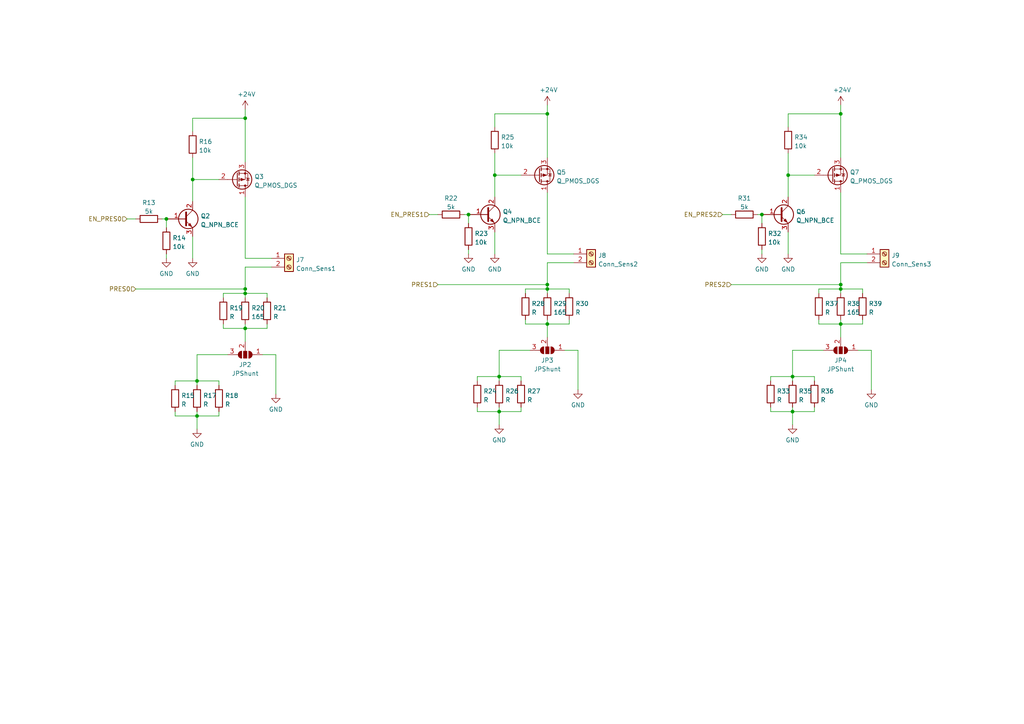
<source format=kicad_sch>
(kicad_sch (version 20211123) (generator eeschema)
  (paper "A4")
  (title_block (title "FloatPUMP Schematics") (date "2022-11-11") (rev "1.0") (company "robtor.de") (comment 1 "Controller board for up to 3 water pumps") (comment 2 "measuring capabilities with piezoresistive pressure sensors") (comment 3 "sensor input Range 4mA-20mA"))
  (lib_symbols
    (symbol "Connector:Screw_Terminal_01x02" (pin_names (offset 1.016) hide)
      (property "Reference" "J" (at 0 2.54 0))
      (property "Value" "Screw_Terminal_01x02" (at 0 -5.08 0))
      (symbol "Screw_Terminal_01x02_1_1"
        (rectangle (start -1.27 1.27) (end 1.27 -3.81) (stroke (width 0.254)) (fill (type background)))
        (circle (center 0 -2.54) (radius 0.635) (stroke (width 0.1524)))
        (polyline (pts (xy -0.5334 -2.2098) (xy 0.3302 -3.048)) (stroke (width 0.1524)))
        (polyline (pts (xy -0.5334 0.3302) (xy 0.3302 -0.508)) (stroke (width 0.1524)))
        (polyline (pts (xy -0.3556 -2.032) (xy 0.508 -2.8702)) (stroke (width 0.1524)))
        (polyline (pts (xy -0.3556 0.508) (xy 0.508 -0.3302)) (stroke (width 0.1524)))
        (circle (center 0 0) (radius 0.635) (stroke (width 0.1524)))
        (pin passive line (at -5.08 0 0) (length 3.81) (name "Pin_1") (number "1"))
        (pin passive line (at -5.08 -2.54 0) (length 3.81) (name "Pin_2") (number "2"))
      )
    )
    (symbol "Device:Q_NPN_BCE" (pin_names (offset 0) hide)
      (property "Reference" "Q" (at 5.08 1.27 0))
      (property "Value" "Q_NPN_BCE" (at 5.08 -1.27 0))
      (symbol "Q_NPN_BCE_0_1"
        (polyline (pts (xy 0.635 0.635) (xy 2.54 2.54)))
        (polyline (pts (xy 0.635 -0.635) (xy 2.54 -2.54) (xy 2.54 -2.54)))
        (polyline (pts (xy 0.635 1.905) (xy 0.635 -1.905) (xy 0.635 -1.905)) (stroke (width 0.508)))
        (polyline (pts (xy 1.27 -1.778) (xy 1.778 -1.27) (xy 2.286 -2.286) (xy 1.27 -1.778) (xy 1.27 -1.778)) (fill (type outline)))
        (circle (center 1.27 0) (radius 2.8194) (stroke (width 0.254)))
      )
      (symbol "Q_NPN_BCE_1_1"
        (pin input line (at -5.08 0 0) (length 5.715) (name "B") (number "1"))
        (pin passive line (at 2.54 5.08 270) (length 2.54) (name "C") (number "2"))
        (pin passive line (at 2.54 -5.08 90) (length 2.54) (name "E") (number "3"))
      )
    )
    (symbol "Device:Q_PMOS_DGS" (pin_names (offset 0) hide)
      (property "Reference" "Q" (at 5.08 1.27 0))
      (property "Value" "Q_PMOS_DGS" (at 5.08 -1.27 0))
      (symbol "Q_PMOS_DGS_0_1"
        (polyline (pts (xy 0.254 0) (xy -2.54 0)))
        (polyline (pts (xy 0.254 1.905) (xy 0.254 -1.905)) (stroke (width 0.254)))
        (polyline (pts (xy 0.762 -1.27) (xy 0.762 -2.286)) (stroke (width 0.254)))
        (polyline (pts (xy 0.762 0.508) (xy 0.762 -0.508)) (stroke (width 0.254)))
        (polyline (pts (xy 0.762 2.286) (xy 0.762 1.27)) (stroke (width 0.254)))
        (polyline (pts (xy 2.54 2.54) (xy 2.54 1.778)))
        (polyline (pts (xy 2.54 -2.54) (xy 2.54 0) (xy 0.762 0)))
        (polyline (pts (xy 0.762 1.778) (xy 3.302 1.778) (xy 3.302 -1.778) (xy 0.762 -1.778)))
        (polyline (pts (xy 2.286 0) (xy 1.27 0.381) (xy 1.27 -0.381) (xy 2.286 0)) (fill (type outline)))
        (polyline (pts (xy 2.794 -0.508) (xy 2.921 -0.381) (xy 3.683 -0.381) (xy 3.81 -0.254)))
        (polyline (pts (xy 3.302 -0.381) (xy 2.921 0.254) (xy 3.683 0.254) (xy 3.302 -0.381)))
        (circle (center 1.651 0) (radius 2.794) (stroke (width 0.254)))
        (circle (center 2.54 -1.778) (radius 0.254) (fill (type outline)))
        (circle (center 2.54 1.778) (radius 0.254) (fill (type outline)))
      )
      (symbol "Q_PMOS_DGS_1_1"
        (pin passive line (at 2.54 5.08 270) (length 2.54) (name "D") (number "1"))
        (pin input line (at -5.08 0 0) (length 2.54) (name "G") (number "2"))
        (pin passive line (at 2.54 -5.08 90) (length 2.54) (name "S") (number "3"))
      )
    )
    (symbol "Device:R" (pin_numbers hide) (pin_names (offset 0))
      (property "Reference" "R" (at 2.032 0 90))
      (property "Value" "R" (at 0 0 90))
      (symbol "R_0_1"
        (rectangle (start -1.016 -2.54) (end 1.016 2.54) (stroke (width 0.254)))
      )
      (symbol "R_1_1"
        (pin passive line (at 0 3.81 270) (length 1.27) (name "~") (number "1"))
        (pin passive line (at 0 -3.81 90) (length 1.27) (name "~") (number "2"))
      )
    )
    (symbol "Jumper:SolderJumper_3_Open" (pin_names (offset 0) hide)
      (property "Reference" "JP" (at -2.54 -2.54 0))
      (property "Value" "SolderJumper_3_Open" (at 0 2.794 0))
      (symbol "SolderJumper_3_Open_0_1"
        (arc (start -1.016 1.016) (mid -2.032 0) (end -1.016 -1.016))
        (arc (start -1.016 1.016) (mid -2.032 0) (end -1.016 -1.016) (fill (type outline)))
        (rectangle (start -0.508 1.016) (end 0.508 -1.016) (fill (type outline)))
        (polyline (pts (xy -2.54 0) (xy -2.032 0)))
        (polyline (pts (xy -1.016 1.016) (xy -1.016 -1.016)))
        (polyline (pts (xy 0 -1.27) (xy 0 -1.016)))
        (polyline (pts (xy 1.016 1.016) (xy 1.016 -1.016)))
        (polyline (pts (xy 2.54 0) (xy 2.032 0)))
        (arc (start 1.016 -1.016) (mid 2.032 0) (end 1.016 1.016))
        (arc (start 1.016 -1.016) (mid 2.032 0) (end 1.016 1.016) (fill (type outline)))
      )
      (symbol "SolderJumper_3_Open_1_1"
        (pin passive line (at -5.08 0 0) (length 2.54) (name "A") (number "1"))
        (pin passive line (at 0 -3.81 90) (length 2.54) (name "C") (number "2"))
        (pin passive line (at 5.08 0 180) (length 2.54) (name "B") (number "3"))
      )
    )
    (symbol "power:+24V" (power) (pin_names (offset 0))
      (property "Value" "+24V" (at 0 3.556 0))
      (symbol "+24V_0_1"
        (polyline (pts (xy -0.762 1.27) (xy 0 2.54)))
        (polyline (pts (xy 0 0) (xy 0 2.54)))
        (polyline (pts (xy 0 2.54) (xy 0.762 1.27)))
      )
      (symbol "+24V_1_1"
        (pin power_in line (at 0 0 90) (length 0) hide (name "+24V") (number "1"))
      )
    )
    (symbol "power:GND" (power) (pin_names (offset 0))
      (property "Value" "GND" (at 0 -3.81 0))
      (symbol "GND_0_1"
        (polyline (pts (xy 0 0) (xy 0 -1.27) (xy 1.27 -1.27) (xy 0 -2.54) (xy -1.27 -1.27) (xy 0 -1.27)))
      )
      (symbol "GND_1_1"
        (pin power_in line (at 0 0 270) (length 0) hide (name "GND") (number "1"))
      )
    )
  )
  (junction (at 143.51 50.8))
  (junction (at 135.89 62.23))
  (junction (at 158.75 33.02))
  (junction (at 229.87 119.38))
  (junction (at 243.84 33.02))
  (junction (at 229.87 109.22))
  (junction (at 243.84 82.55))
  (junction (at 57.15 110.49))
  (junction (at 55.88 52.07))
  (junction (at 71.12 85.09))
  (junction (at 158.75 82.55))
  (junction (at 228.6 50.8))
  (junction (at 71.12 95.25))
  (junction (at 243.84 83.82))
  (junction (at 57.15 120.65))
  (junction (at 158.75 83.82))
  (junction (at 144.78 119.38))
  (junction (at 71.12 34.29))
  (junction (at 243.84 93.98))
  (junction (at 158.75 93.98))
  (junction (at 144.78 109.22))
  (junction (at 71.12 83.82))
  (junction (at 48.26 63.5))
  (junction (at 220.98 62.23))
  (wire (pts (xy 77.47 85.09) (xy 71.12 85.09)))
  (wire (pts (xy 39.37 83.82) (xy 71.12 83.82)))
  (wire (pts (xy 80.01 102.87) (xy 80.01 114.3)))
  (wire (pts (xy 219.71 62.23) (xy 220.98 62.23)))
  (wire (pts (xy 143.51 33.02) (xy 158.75 33.02)))
  (wire (pts (xy 220.98 72.39) (xy 220.98 73.66)))
  (wire (pts (xy 228.6 44.45) (xy 228.6 50.8)))
  (wire (pts (xy 237.49 85.09) (xy 237.49 83.82)))
  (wire (pts (xy 134.62 62.23) (xy 135.89 62.23)))
  (wire (pts (xy 144.78 101.6) (xy 153.67 101.6)))
  (wire (pts (xy 250.19 92.71) (xy 250.19 93.98)))
  (wire (pts (xy 158.75 82.55) (xy 158.75 83.82)))
  (wire (pts (xy 250.19 85.09) (xy 250.19 83.82)))
  (wire (pts (xy 71.12 31.75) (xy 71.12 34.29)))
  (wire (pts (xy 243.84 83.82) (xy 243.84 85.09)))
  (wire (pts (xy 55.88 45.72) (xy 55.88 52.07)))
  (wire (pts (xy 71.12 83.82) (xy 71.12 85.09)))
  (wire (pts (xy 152.4 93.98) (xy 158.75 93.98)))
  (wire (pts (xy 166.37 76.2) (xy 158.75 76.2)))
  (wire (pts (xy 243.84 92.71) (xy 243.84 93.98)))
  (wire (pts (xy 64.77 85.09) (xy 71.12 85.09)))
  (wire (pts (xy 229.87 109.22) (xy 229.87 110.49)))
  (wire (pts (xy 165.1 85.09) (xy 165.1 83.82)))
  (wire (pts (xy 77.47 86.36) (xy 77.47 85.09)))
  (wire (pts (xy 228.6 67.31) (xy 228.6 73.66)))
  (wire (pts (xy 229.87 118.11) (xy 229.87 119.38)))
  (wire (pts (xy 158.75 76.2) (xy 158.75 82.55)))
  (wire (pts (xy 223.52 119.38) (xy 229.87 119.38)))
  (wire (pts (xy 151.13 110.49) (xy 151.13 109.22)))
  (wire (pts (xy 57.15 110.49) (xy 57.15 111.76)))
  (wire (pts (xy 50.8 111.76) (xy 50.8 110.49)))
  (wire (pts (xy 248.92 101.6) (xy 252.73 101.6)))
  (wire (pts (xy 71.12 57.15) (xy 71.12 74.93)))
  (wire (pts (xy 124.46 62.23) (xy 127 62.23)))
  (wire (pts (xy 252.73 101.6) (xy 252.73 113.03)))
  (wire (pts (xy 50.8 119.38) (xy 50.8 120.65)))
  (wire (pts (xy 144.78 119.38) (xy 151.13 119.38)))
  (wire (pts (xy 152.4 92.71) (xy 152.4 93.98)))
  (wire (pts (xy 50.8 120.65) (xy 57.15 120.65)))
  (wire (pts (xy 48.26 63.5) (xy 48.26 66.04)))
  (wire (pts (xy 76.2 102.87) (xy 80.01 102.87)))
  (wire (pts (xy 57.15 102.87) (xy 66.04 102.87)))
  (wire (pts (xy 144.78 119.38) (xy 144.78 123.19)))
  (wire (pts (xy 158.75 93.98) (xy 158.75 97.79)))
  (wire (pts (xy 138.43 110.49) (xy 138.43 109.22)))
  (wire (pts (xy 152.4 83.82) (xy 158.75 83.82)))
  (wire (pts (xy 158.75 55.88) (xy 158.75 73.66)))
  (wire (pts (xy 151.13 118.11) (xy 151.13 119.38)))
  (wire (pts (xy 228.6 36.83) (xy 228.6 33.02)))
  (wire (pts (xy 158.75 30.48) (xy 158.75 33.02)))
  (wire (pts (xy 228.6 50.8) (xy 236.22 50.8)))
  (wire (pts (xy 138.43 119.38) (xy 144.78 119.38)))
  (wire (pts (xy 143.51 36.83) (xy 143.51 33.02)))
  (wire (pts (xy 64.77 95.25) (xy 71.12 95.25)))
  (wire (pts (xy 220.98 62.23) (xy 220.98 64.77)))
  (wire (pts (xy 78.74 77.47) (xy 71.12 77.47)))
  (wire (pts (xy 229.87 101.6) (xy 229.87 109.22)))
  (wire (pts (xy 135.89 72.39) (xy 135.89 73.66)))
  (wire (pts (xy 158.75 83.82) (xy 158.75 85.09)))
  (wire (pts (xy 236.22 110.49) (xy 236.22 109.22)))
  (wire (pts (xy 78.74 74.93) (xy 71.12 74.93)))
  (wire (pts (xy 55.88 38.1) (xy 55.88 34.29)))
  (wire (pts (xy 229.87 119.38) (xy 236.22 119.38)))
  (wire (pts (xy 71.12 95.25) (xy 77.47 95.25)))
  (wire (pts (xy 243.84 93.98) (xy 243.84 97.79)))
  (wire (pts (xy 55.88 52.07) (xy 63.5 52.07)))
  (wire (pts (xy 36.83 63.5) (xy 39.37 63.5)))
  (wire (pts (xy 223.52 109.22) (xy 229.87 109.22)))
  (wire (pts (xy 251.46 73.66) (xy 243.84 73.66)))
  (wire (pts (xy 243.84 82.55) (xy 243.84 83.82)))
  (wire (pts (xy 212.09 82.55) (xy 243.84 82.55)))
  (wire (pts (xy 55.88 68.58) (xy 55.88 74.93)))
  (wire (pts (xy 243.84 93.98) (xy 250.19 93.98)))
  (wire (pts (xy 138.43 109.22) (xy 144.78 109.22)))
  (wire (pts (xy 143.51 50.8) (xy 143.51 57.15)))
  (wire (pts (xy 163.83 101.6) (xy 167.64 101.6)))
  (wire (pts (xy 236.22 109.22) (xy 229.87 109.22)))
  (wire (pts (xy 55.88 34.29) (xy 71.12 34.29)))
  (wire (pts (xy 138.43 118.11) (xy 138.43 119.38)))
  (wire (pts (xy 143.51 44.45) (xy 143.51 50.8)))
  (wire (pts (xy 127 82.55) (xy 158.75 82.55)))
  (wire (pts (xy 64.77 86.36) (xy 64.77 85.09)))
  (wire (pts (xy 251.46 76.2) (xy 243.84 76.2)))
  (wire (pts (xy 50.8 110.49) (xy 57.15 110.49)))
  (wire (pts (xy 158.75 93.98) (xy 165.1 93.98)))
  (wire (pts (xy 237.49 83.82) (xy 243.84 83.82)))
  (wire (pts (xy 209.55 62.23) (xy 212.09 62.23)))
  (wire (pts (xy 71.12 34.29) (xy 71.12 46.99)))
  (wire (pts (xy 237.49 92.71) (xy 237.49 93.98)))
  (wire (pts (xy 250.19 83.82) (xy 243.84 83.82)))
  (wire (pts (xy 135.89 64.77) (xy 135.89 62.23)))
  (wire (pts (xy 57.15 102.87) (xy 57.15 110.49)))
  (wire (pts (xy 228.6 50.8) (xy 228.6 57.15)))
  (wire (pts (xy 165.1 92.71) (xy 165.1 93.98)))
  (wire (pts (xy 144.78 118.11) (xy 144.78 119.38)))
  (wire (pts (xy 143.51 67.31) (xy 143.51 73.66)))
  (wire (pts (xy 55.88 52.07) (xy 55.88 58.42)))
  (wire (pts (xy 57.15 120.65) (xy 63.5 120.65)))
  (wire (pts (xy 77.47 93.98) (xy 77.47 95.25)))
  (wire (pts (xy 57.15 119.38) (xy 57.15 120.65)))
  (wire (pts (xy 57.15 120.65) (xy 57.15 124.46)))
  (wire (pts (xy 64.77 93.98) (xy 64.77 95.25)))
  (wire (pts (xy 236.22 118.11) (xy 236.22 119.38)))
  (wire (pts (xy 158.75 33.02) (xy 158.75 45.72)))
  (wire (pts (xy 152.4 85.09) (xy 152.4 83.82)))
  (wire (pts (xy 63.5 111.76) (xy 63.5 110.49)))
  (wire (pts (xy 229.87 101.6) (xy 238.76 101.6)))
  (wire (pts (xy 243.84 33.02) (xy 243.84 45.72)))
  (wire (pts (xy 48.26 73.66) (xy 48.26 74.93)))
  (wire (pts (xy 166.37 73.66) (xy 158.75 73.66)))
  (wire (pts (xy 71.12 95.25) (xy 71.12 99.06)))
  (wire (pts (xy 237.49 93.98) (xy 243.84 93.98)))
  (wire (pts (xy 165.1 83.82) (xy 158.75 83.82)))
  (wire (pts (xy 63.5 119.38) (xy 63.5 120.65)))
  (wire (pts (xy 143.51 50.8) (xy 151.13 50.8)))
  (wire (pts (xy 223.52 110.49) (xy 223.52 109.22)))
  (wire (pts (xy 144.78 101.6) (xy 144.78 109.22)))
  (wire (pts (xy 158.75 92.71) (xy 158.75 93.98)))
  (wire (pts (xy 243.84 76.2) (xy 243.84 82.55)))
  (wire (pts (xy 228.6 33.02) (xy 243.84 33.02)))
  (wire (pts (xy 71.12 85.09) (xy 71.12 86.36)))
  (wire (pts (xy 229.87 119.38) (xy 229.87 123.19)))
  (wire (pts (xy 167.64 101.6) (xy 167.64 113.03)))
  (wire (pts (xy 71.12 77.47) (xy 71.12 83.82)))
  (wire (pts (xy 151.13 109.22) (xy 144.78 109.22)))
  (wire (pts (xy 243.84 30.48) (xy 243.84 33.02)))
  (wire (pts (xy 71.12 93.98) (xy 71.12 95.25)))
  (wire (pts (xy 243.84 55.88) (xy 243.84 73.66)))
  (wire (pts (xy 46.99 63.5) (xy 48.26 63.5)))
  (wire (pts (xy 223.52 118.11) (xy 223.52 119.38)))
  (wire (pts (xy 144.78 109.22) (xy 144.78 110.49)))
  (wire (pts (xy 63.5 110.49) (xy 57.15 110.49)))
  (hierarchical_label "EN_PRES1" (shape input) (at 124.46 62.23 180))
  (hierarchical_label "PRES2" (shape input) (at 212.09 82.55 180))
  (hierarchical_label "PRES0" (shape input) (at 39.37 83.82 180))
  (hierarchical_label "EN_PRES2" (shape input) (at 209.55 62.23 180))
  (hierarchical_label "EN_PRES0" (shape input) (at 36.83 63.5 180))
  (hierarchical_label "PRES1" (shape input) (at 127 82.55 180))
  (symbol (lib_id "power:+24V") (at 71.12 31.75 0) (unit 1)
    (property "Reference" "#PWR039" (effects hide))
    (property "Value" "+24V" (at 71.501 27.3558 0))
  )
  (symbol (lib_id "power:+24V") (at 158.75 30.48 0) (unit 1)
    (property "Reference" "#PWR044" (effects hide))
    (property "Value" "+24V" (at 159.131 26.0858 0))
  )
  (symbol (lib_id "Device:R") (at 165.1 88.9 0) (unit 1)
    (property "Reference" "R30" (at 166.878 88.0653 0) (effects (justify left)))
    (property "Value" "R" (at 166.878 90.6022 0) (effects (justify left)))
  )
  (symbol (lib_id "Device:R") (at 57.15 115.57 0) (unit 1)
    (property "Reference" "R17" (at 58.928 114.7353 0) (effects (justify left)))
    (property "Value" "R" (at 58.928 117.2722 0) (effects (justify left)))
  )
  (symbol (lib_id "Device:R") (at 151.13 114.3 0) (unit 1)
    (property "Reference" "R27" (at 152.908 113.4653 0) (effects (justify left)))
    (property "Value" "R" (at 152.908 116.0022 0) (effects (justify left)))
  )
  (symbol (lib_id "Device:R") (at 223.52 114.3 0) (unit 1)
    (property "Reference" "R33" (at 225.298 113.4653 0) (effects (justify left)))
    (property "Value" "R" (at 225.298 116.0022 0) (effects (justify left)))
  )
  (symbol (lib_id "Device:R") (at 77.47 90.17 0) (unit 1)
    (property "Reference" "R21" (at 79.248 89.3353 0) (effects (justify left)))
    (property "Value" "R" (at 79.248 91.8722 0) (effects (justify left)))
  )
  (symbol (lib_id "Device:R") (at 250.19 88.9 0) (unit 1)
    (property "Reference" "R39" (at 251.968 88.0653 0) (effects (justify left)))
    (property "Value" "R" (at 251.968 90.6022 0) (effects (justify left)))
  )
  (symbol (lib_id "Device:R") (at 229.87 114.3 0) (unit 1)
    (property "Reference" "R35" (at 231.648 113.4653 0) (effects (justify left)))
    (property "Value" "R" (at 231.648 116.0022 0) (effects (justify left)))
  )
  (symbol (lib_id "Device:R") (at 135.89 68.58 0) (unit 1)
    (property "Reference" "R23" (at 137.668 67.7453 0) (effects (justify left)))
    (property "Value" "10k" (at 137.668 70.2822 0) (effects (justify left)))
  )
  (symbol (lib_id "Device:R") (at 152.4 88.9 0) (unit 1)
    (property "Reference" "R28" (at 154.178 88.0653 0) (effects (justify left)))
    (property "Value" "R" (at 154.178 90.6022 0) (effects (justify left)))
  )
  (symbol (lib_id "power:+24V") (at 243.84 30.48 0) (unit 1)
    (property "Reference" "#PWR049" (effects hide))
    (property "Value" "+24V" (at 244.221 26.0858 0))
  )
  (symbol (lib_id "power:GND") (at 228.6 73.66 0) (unit 1)
    (property "Reference" "#PWR047" (effects hide))
    (property "Value" "GND" (at 228.6 78.1034 0))
  )
  (symbol (lib_id "Device:R") (at 144.78 114.3 0) (unit 1)
    (property "Reference" "R26" (at 146.558 113.4653 0) (effects (justify left)))
    (property "Value" "R" (at 146.558 116.0022 0) (effects (justify left)))
  )
  (symbol (lib_id "Device:R") (at 236.22 114.3 0) (unit 1)
    (property "Reference" "R36" (at 237.998 113.4653 0) (effects (justify left)))
    (property "Value" "R" (at 237.998 116.0022 0) (effects (justify left)))
  )
  (symbol (lib_id "Device:R") (at 237.49 88.9 0) (unit 1)
    (property "Reference" "R37" (at 239.268 88.0653 0) (effects (justify left)))
    (property "Value" "R" (at 239.268 90.6022 0) (effects (justify left)))
  )
  (symbol (lib_id "Device:Q_PMOS_DGS") (at 68.58 52.07 0) (mirror x) (unit 1)
    (property "Reference" "Q3" (at 73.787 51.2353 0) (effects (justify left)))
    (property "Value" "Q_PMOS_DGS" (at 73.787 53.7722 0) (effects (justify left)))
  )
  (symbol (lib_id "power:GND") (at 167.64 113.03 0) (unit 1)
    (property "Reference" "#PWR045" (effects hide))
    (property "Value" "GND" (at 167.64 117.4734 0))
  )
  (symbol (lib_id "Device:Q_NPN_BCE") (at 226.06 62.23 0) (unit 1)
    (property "Reference" "Q6" (at 230.9114 61.3953 0) (effects (justify left)))
    (property "Value" "Q_NPN_BCE" (at 230.9114 63.9322 0) (effects (justify left)))
  )
  (symbol (lib_id "power:GND") (at 229.87 123.19 0) (unit 1)
    (property "Reference" "#PWR048" (effects hide))
    (property "Value" "GND" (at 229.87 127.6334 0))
  )
  (symbol (lib_id "power:GND") (at 252.73 113.03 0) (unit 1)
    (property "Reference" "#PWR050" (effects hide))
    (property "Value" "GND" (at 252.73 117.4734 0))
  )
  (symbol (lib_id "Device:Q_NPN_BCE") (at 53.34 63.5 0) (unit 1)
    (property "Reference" "Q2" (at 58.1914 62.6653 0) (effects (justify left)))
    (property "Value" "Q_NPN_BCE" (at 58.1914 65.2022 0) (effects (justify left)))
  )
  (symbol (lib_id "Device:R") (at 63.5 115.57 0) (unit 1)
    (property "Reference" "R18" (at 65.278 114.7353 0) (effects (justify left)))
    (property "Value" "R" (at 65.278 117.2722 0) (effects (justify left)))
  )
  (symbol (lib_id "Device:R") (at 215.9 62.23 90) (unit 1)
    (property "Reference" "R31" (at 215.9 57.5142 90))
    (property "Value" "5k" (at 215.9 60.0511 90))
  )
  (symbol (lib_id "power:GND") (at 48.26 74.93 0) (unit 1)
    (property "Reference" "#PWR036" (effects hide))
    (property "Value" "GND" (at 48.26 79.3734 0))
  )
  (symbol (lib_id "power:GND") (at 135.89 73.66 0) (unit 1)
    (property "Reference" "#PWR041" (effects hide))
    (property "Value" "GND" (at 135.89 78.1034 0))
  )
  (symbol (lib_id "Device:R") (at 55.88 41.91 0) (unit 1)
    (property "Reference" "R16" (at 57.658 41.0753 0) (effects (justify left)))
    (property "Value" "10k" (at 57.658 43.6122 0) (effects (justify left)))
  )
  (symbol (lib_id "Device:R") (at 50.8 115.57 0) (unit 1)
    (property "Reference" "R15" (at 52.578 114.7353 0) (effects (justify left)))
    (property "Value" "R" (at 52.578 117.2722 0) (effects (justify left)))
  )
  (symbol (lib_id "Jumper:SolderJumper_3_Open") (at 71.12 102.87 180) (unit 1)
    (property "Reference" "JP2" (at 71.12 105.7894 0))
    (property "Value" "JPShunt" (at 71.12 108.3263 0))
  )
  (symbol (lib_id "Device:R") (at 130.81 62.23 90) (unit 1)
    (property "Reference" "R22" (at 130.81 57.5142 90))
    (property "Value" "5k" (at 130.81 60.0511 90))
  )
  (symbol (lib_id "power:GND") (at 80.01 114.3 0) (unit 1)
    (property "Reference" "#PWR040" (effects hide))
    (property "Value" "GND" (at 80.01 118.7434 0))
  )
  (symbol (lib_id "power:GND") (at 143.51 73.66 0) (unit 1)
    (property "Reference" "#PWR042" (effects hide))
    (property "Value" "GND" (at 143.51 78.1034 0))
  )
  (symbol (lib_id "Device:R") (at 143.51 40.64 0) (unit 1)
    (property "Reference" "R25" (at 145.288 39.8053 0) (effects (justify left)))
    (property "Value" "10k" (at 145.288 42.3422 0) (effects (justify left)))
  )
  (symbol (lib_id "Device:R") (at 158.75 88.9 0) (unit 1)
    (property "Reference" "R29" (at 160.528 88.0653 0) (effects (justify left)))
    (property "Value" "165" (at 160.528 90.6022 0) (effects (justify left)))
  )
  (symbol (lib_id "Connector:Screw_Terminal_01x02") (at 256.54 73.66 0) (unit 1)
    (property "Reference" "J9" (at 258.572 74.0953 0) (effects (justify left)))
    (property "Value" "Conn_Sens3" (at 258.572 76.6322 0) (effects (justify left)))
  )
  (symbol (lib_id "Device:Q_PMOS_DGS") (at 156.21 50.8 0) (mirror x) (unit 1)
    (property "Reference" "Q5" (at 161.417 49.9653 0) (effects (justify left)))
    (property "Value" "Q_PMOS_DGS" (at 161.417 52.5022 0) (effects (justify left)))
  )
  (symbol (lib_id "Device:R") (at 138.43 114.3 0) (unit 1)
    (property "Reference" "R24" (at 140.208 113.4653 0) (effects (justify left)))
    (property "Value" "R" (at 140.208 116.0022 0) (effects (justify left)))
  )
  (symbol (lib_id "Device:R") (at 228.6 40.64 0) (unit 1)
    (property "Reference" "R34" (at 230.378 39.8053 0) (effects (justify left)))
    (property "Value" "10k" (at 230.378 42.3422 0) (effects (justify left)))
  )
  (symbol (lib_id "Connector:Screw_Terminal_01x02") (at 171.45 73.66 0) (unit 1)
    (property "Reference" "J8" (at 173.482 74.0953 0) (effects (justify left)))
    (property "Value" "Conn_Sens2" (at 173.482 76.6322 0) (effects (justify left)))
  )
  (symbol (lib_id "power:GND") (at 57.15 124.46 0) (unit 1)
    (property "Reference" "#PWR038" (effects hide))
    (property "Value" "GND" (at 57.15 128.9034 0))
  )
  (symbol (lib_id "Device:R") (at 243.84 88.9 0) (unit 1)
    (property "Reference" "R38" (at 245.618 88.0653 0) (effects (justify left)))
    (property "Value" "165" (at 245.618 90.6022 0) (effects (justify left)))
  )
  (symbol (lib_id "Jumper:SolderJumper_3_Open") (at 243.84 101.6 180) (unit 1)
    (property "Reference" "JP4" (at 243.84 104.5194 0))
    (property "Value" "JPShunt" (at 243.84 107.0563 0))
  )
  (symbol (lib_id "Device:R") (at 220.98 68.58 0) (unit 1)
    (property "Reference" "R32" (at 222.758 67.7453 0) (effects (justify left)))
    (property "Value" "10k" (at 222.758 70.2822 0) (effects (justify left)))
  )
  (symbol (lib_id "Device:R") (at 71.12 90.17 0) (unit 1)
    (property "Reference" "R20" (at 72.898 89.3353 0) (effects (justify left)))
    (property "Value" "165" (at 72.898 91.8722 0) (effects (justify left)))
  )
  (symbol (lib_id "Connector:Screw_Terminal_01x02") (at 83.82 74.93 0) (unit 1)
    (property "Reference" "J7" (at 85.852 75.3653 0) (effects (justify left)))
    (property "Value" "Conn_Sens1" (at 85.852 77.9022 0) (effects (justify left)))
  )
  (symbol (lib_id "Device:Q_PMOS_DGS") (at 241.3 50.8 0) (mirror x) (unit 1)
    (property "Reference" "Q7" (at 246.507 49.9653 0) (effects (justify left)))
    (property "Value" "Q_PMOS_DGS" (at 246.507 52.5022 0) (effects (justify left)))
  )
  (symbol (lib_id "power:GND") (at 144.78 123.19 0) (unit 1)
    (property "Reference" "#PWR043" (effects hide))
    (property "Value" "GND" (at 144.78 127.6334 0))
  )
  (symbol (lib_id "Jumper:SolderJumper_3_Open") (at 158.75 101.6 180) (unit 1)
    (property "Reference" "JP3" (at 158.75 104.5194 0))
    (property "Value" "JPShunt" (at 158.75 107.0563 0))
  )
  (symbol (lib_id "power:GND") (at 220.98 73.66 0) (unit 1)
    (property "Reference" "#PWR046" (effects hide))
    (property "Value" "GND" (at 220.98 78.1034 0))
  )
  (symbol (lib_id "Device:Q_NPN_BCE") (at 140.97 62.23 0) (unit 1)
    (property "Reference" "Q4" (at 145.8214 61.3953 0) (effects (justify left)))
    (property "Value" "Q_NPN_BCE" (at 145.8214 63.9322 0) (effects (justify left)))
  )
  (symbol (lib_id "Device:R") (at 48.26 69.85 0) (unit 1)
    (property "Reference" "R14" (at 50.038 69.0153 0) (effects (justify left)))
    (property "Value" "10k" (at 50.038 71.5522 0) (effects (justify left)))
  )
  (symbol (lib_id "power:GND") (at 55.88 74.93 0) (unit 1)
    (property "Reference" "#PWR037" (effects hide))
    (property "Value" "GND" (at 55.88 79.3734 0))
  )
  (symbol (lib_id "Device:R") (at 64.77 90.17 0) (unit 1)
    (property "Reference" "R19" (at 66.548 89.3353 0) (effects (justify left)))
    (property "Value" "R" (at 66.548 91.8722 0) (effects (justify left)))
  )
  (symbol (lib_id "Device:R") (at 43.18 63.5 90) (unit 1)
    (property "Reference" "R13" (at 43.18 58.7842 90))
    (property "Value" "5k" (at 43.18 61.3211 90))
  )
)
</source>
